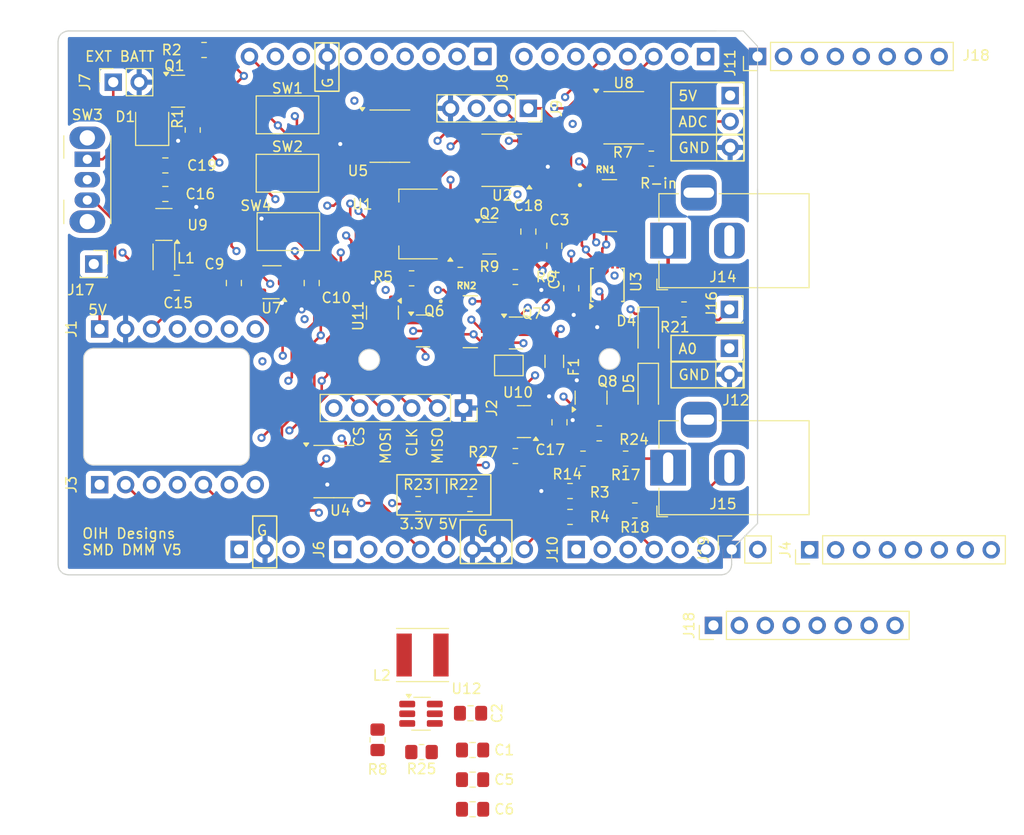
<source format=kicad_pcb>
(kicad_pcb (version 20241229) (generator "pcbnew") (generator_version "9.0")
  (layers (0 "F.Cu" signal) (4 "In1.Cu" signal) (6 "In2.Cu" signal) (2 "B.Cu" signal) (13 "F.Paste" user) (15 "B.Paste" user) (5 "F.SilkS" user "F.Silkscreen") (7 "B.SilkS" user "B.Silkscreen") (1 "F.Mask" user) (3 "B.Mask" user) (25 "Edge.Cuts" user))
  (net 0 "")
  (net 1 "GND")
  (net 2 "Resistor_Input")
  (net 3 "SDA")
  (net 4 "D6~")
  (net 5 "D7")
  (net 6 "+9V")
  (net 7 "SCL")
  (net 8 "V_Input_REF")
  (net 9 "V_Input_Float")
  (net 10 "ADS_ADDR")
  (net 11 "/R Circuit I Output")
  (net 12 "ADS_ALERT")
  (net 13 "A0{slash}D14")
  (net 14 "A2{slash}D16")
  (net 15 "D3~")
  (net 16 "VDD")
  (net 17 "I_Input")
  (net 18 "D10~")
  (net 19 "D9~")
  (net 20 "D5~ (IR)")
  (net 21 "A1{slash}D15")
  (net 32 "Net-(Q2-G)")
  (net 33 "Net-(U1-VO)")
  (net 36 "A3{slash}D17")
  (net 37 "Net-(D1-A)")
  (net 38 "Net-(F1-Pad1)")
  (net 39 "+BATT")
  (net 40 "CS")
  (net 41 "Net-(U7-C1-)")
  (net 42 "Net-(U7-C1+)")
  (net 43 "MISO")
  (net 44 "Net-(U9-SW)")
  (net 45 "XIAO 5V")
  (net 46 "XIAO Batt Pin")
  (net 47 "MOSI")
  (net 48 "CLK")
  (net 49 "SDA-5V")
  (net 50 "SCL-5V")
  (net 51 "/R into ADS")
  (net 52 "+VSW")
  (net 53 "/Uno5vPin")
  (net 54 "/Driver_U2_Out_B")
  (net 57 "/Driver_U4_Out_A")
  (net 58 "/Driver_U4_Out_B")
  (net 63 "+3V3")
  (net 64 "/ADC-1")
  (net 65 "/V Ref to ADS-0")
  (net 74 "/Driver_U4_In_B")
  (net 75 "Net-(Q1-B)")
  (net 76 "Net-(Q1-C)")
  (net 85 "Net-(J11-Pin_2)")
  (net 86 "Net-(U12-EN)")
  (net 87 "Net-(U12-SW)")
  (net 88 "Net-(Q8-D)")
  (net 89 "Net-(U12-FB)")
  (net 90 "A6")
  (net 91 "A7")
  (net 92 "CANRX")
  (net 93 "A10")
  (net 94 "A8")
  (net 95 "DAC0")
  (net 96 "A9")
  (net 97 "CANTX")
  (net 98 "DAC1")
  (net 99 "D14")
  (net 100 "D18")
  (net 101 "D16")
  (net 102 "D15")
  (net 103 "D17")
  (net 104 "SCL0")
  (net 105 "SDA0")
  (net 106 "D19")
  (footprint "Capacitor_SMD:C_0805_2012Metric_Pad1.18x1.45mm_HandSolder" (layer "F.Cu") (at 128.660305 73.49413 90)
    (property "Reference" "C4")
    (property "Value" "0.1uF")
  )
  (footprint "Capacitor_SMD:C_0805_2012Metric_Pad1.18x1.45mm_HandSolder" (layer "F.Cu") (at 119 121.6)
    (property "Reference" "C5")
    (property "Value" "1uF")
  )
  (footprint "Resistor_SMD:R_0805_2012Metric_Pad1.20x1.40mm_HandSolder" (layer "F.Cu") (at 128.54 95.88 180)
    (property "Reference" "R4")
    (property "Value" "100K")
  )
  (footprint "Inductor_SMD:L_Taiyo-Yuden_MD-5050" (layer "F.Cu") (at 114.1 109.4 180)
    (property "Reference" "L2")
    (property "Value" "22uH")
  )
  (footprint "Connector_PinSocket_2.54mm:PinSocket_1x01_P2.54mm_Vertical" (layer "F.Cu") (at 144.145 75.565)
    (property "Reference" "J16")
    (property "Value" "Conn_01x01_Socket")
  )
  (footprint "Resistor_SMD:R_0805_2012Metric_Pad1.20x1.40mm_HandSolder" (layer "F.Cu") (at 109.7 117.7 90)
    (property "Reference" "R8")
    (property "Value" "71.5k")
  )
  (footprint "Library:PinHeader_1x10_P2.54mm_Vertical_NoBox" (layer "F.Cu") (at 120.015 50.8 -90)
    (property "Reference" "J8")
    (property "Value" "DIGITAL2")
  )
  (footprint "Resistor_SMD:R_0805_2012Metric_Pad1.20x1.40mm_HandSolder" (layer "F.Cu") (at 123.19 89.916)
    (property "Reference" "R27")
    (property "Value" "4.7K")
  )
  (footprint "Package_TO_SOT_SMD:SOT-223-3_TabPin2" (layer "F.Cu") (at 113.69 67.19875 180)
    (property "Reference" "U1")
    (property "Value" "LM317_TO-220")
  )
  (footprint "Jumper:SolderJumper-2_P1.3mm_Bridged_Pad1.0x1.5mm" (layer "F.Cu") (at 122.55 81.05)
    (property "Reference" "JP6" (hide yes))
    (property "Value" "Jumper_2_Bridged")
  )
  (footprint "Package_SO:SOIC-8_3.9x4.9mm_P1.27mm" (layer "F.Cu") (at 110.9 58.6)
    (property "Reference" "U5")
    (property "Value" "Opamp_Dual")
  )
  (footprint "Capacitor_SMD:C_0805_2012Metric_Pad1.18x1.45mm_HandSolder" (layer "F.Cu") (at 88.9215 61.468)
    (property "Reference" "C19")
    (property "Value" "22uF")
  )
  (footprint "Resistor_SMD:R_0805_2012Metric_Pad1.20x1.40mm_HandSolder" (layer "F.Cu") (at 118.745 94.615 180)
    (property "Reference" "R22")
    (property "Value" "0")
  )
  (footprint "Connector_PinSocket_2.54mm:PinSocket_1x02_P2.54mm_Vertical" (layer "F.Cu") (at 144.377549 99.070425 90)
    (property "Reference" "J19")
    (property "Value" "Conn_01x02_Pin")
  )
  (footprint "Package_SO:TSSOP-10_3x3mm_P0.5mm" (layer "F.Cu") (at 132.200305 73.15913 90)
    (property "Reference" "U3")
    (property "Value" "ADS1115IDGS")
  )
  (footprint "Resistor_SMD:R_0805_2012Metric_Pad1.20x1.40mm_HandSolder" (layer "F.Cu") (at 134.89 95.25 180)
    (property "Reference" "R18")
    (property "Value" "499.0K")
  )
  (footprint "Library:PinHeader_1x06_P2.54mm_Vertical_NoBox" (layer "F.Cu") (at 129.151624 99.067665 90)
    (property "Reference" "J10")
    (property "Value" "ANALOG")
  )
  (footprint "Resistor_SMD:R_0805_2012Metric_Pad1.20x1.40mm_HandSolder" (layer "F.Cu") (at 129.81 90.17)
    (property "Reference" "R14")
    (property "Value" "15.0K")
  )
  (footprint "Package_TO_SOT_SMD:SOT-23" (layer "F.Cu") (at 124.0305 86.548 180)
    (property "Reference" "U10")
    (property "Value" "LM4040DBZ-2.5")
  )
  (footprint "Resistor_SMD:R_0805_2012Metric_Pad1.20x1.40mm_HandSolder" (layer "F.Cu") (at 114 118.9 180)
    (property "Reference" "R25")
    (property "Value" "732k")
  )
  (footprint "Resistor_SMD:R_0805_2012Metric_Pad1.20x1.40mm_HandSolder" (layer "F.Cu") (at 128.54 93.345)
    (property "Reference" "R3")
    (property "Value" "22K")
  )
  (footprint "Connector_PinSocket_2.54mm:PinSocket_1x03_P2.54mm_Vertical" (layer "F.Cu") (at 144.215 54.625)
    (property "Reference" "J11")
    (property "Value" "I_Input")
  )
  (footprint "Resistor_SMD:R_0805_2012Metric_Pad1.20x1.40mm_HandSolder" (layer "F.Cu") (at 113.03 72.51875)
    (property "Reference" "R5")
    (property "Value" "62.0")
  )
  (footprint "Resistor_SMD:R_0805_2012Metric_Pad1.20x1.40mm_HandSolder" (layer "F.Cu") (at 117.795 72.17875)
    (property "Reference" "R9")
    (property "Value" "22.0K")
  )
  (footprint "Button_Switch_SMD:SW_SPST_CK_RS282G05A3" (layer "F.Cu") (at 100.965 67.945 180)
    (property "Reference" "SW4")
    (property "Value" "SW_Push")
  )
  (footprint "Resistor_SMD:R_0805_2012Metric_Pad1.20x1.40mm_HandSolder" (layer "F.Cu") (at 91.6 58 -90)
    (property "Reference" "R1")
    (property "Value" "500")
  )
  (footprint "Library:RESCAXS127P508X320X70-8N" (layer "F.Cu") (at 118.782 76.77)
    (property "Reference" "RN2")
    (property "Value" "10k x4")
  )
  (footprint "Capacitor_SMD:C_0805_2012Metric_Pad1.18x1.45mm_HandSolder" (layer "F.Cu") (at 95.631 72.9805 -90)
    (property "Reference" "C9")
    (property "Value" "4.7uF")
  )
  (footprint "Resistor_SMD:R_0805_2012Metric_Pad1.20x1.40mm_HandSolder" (layer "F.Cu") (at 113.665 94.615 180)
    (property "Reference" "R23")
    (property "Value" "0")
  )
  (footprint "Button_Switch_SMD:SW_SPST_CK_RS282G05A3" (layer "F.Cu") (at 100.875 62.23)
    (property "Reference" "SW2")
    (property "Value" "SW_Push")
  )
  (footprint "Package_TO_SOT_SMD:SOT-23" (layer "F.Cu") (at 110.175 75.88 -90)
    (property "Reference" "U11")
    (property "Value" "LM4040DBZ-5")
  )
  (footprint "Button_Switch_SMD:SW_SPST_CK_RS282G05A3" (layer "F.Cu") (at 100.875 56.515)
    (property "Reference" "SW1")
    (property "Value" "SW_Push")
  )
  (footprint "Connector_PinSocket_2.54mm:PinSocket_1x02_P2.54mm_Vertical" (layer "F.Cu") (at 144.145 79.375)
    (property "Reference" "J12")
    (property "Value" "Conn_01x02_Pin")
  )
  (footprint "Resistor_SMD:R_0805_2012Metric_Pad1.20x1.40mm_HandSolder" (layer "F.Cu") (at 133.985 90.17 180)
    (property "Reference" "R17")
    (property "Value" "499.0K")
  )
  (footprint "Package_TO_SOT_SMD:SOT-23-5" (layer "F.Cu") (at 88.7785 67.244 180)
    (property "Reference" "U9")
    (property "Value" "TPS613222ADBV")
  )
  (footprint "Resistor_SMD:R_0805_2012Metric_Pad1.20x1.40mm_HandSolder" (layer "F.Cu") (at 136.5 60.8)
    (property "Reference" "R7")
    (property "Value" "0")
  )
  (footprint "Package_TO_SOT_SMD:SOT-23-5_HandSoldering" (layer "F.Cu") (at 99.361 72.898 180)
    (property "Reference" "U7")
    (property "Value" "MAX1683")
  )
  (footprint "Connector_PinHeader_2.54mm:PinHeader_1x08_P2.54mm_Vertical" (layer "F.Cu") (at 152 99.1 90)
    (property "Reference" "J4")
    (property "Value" "A_Extended")
  )
  (footprint "Connector_BarrelJack:BarrelJack_Horizontal" (layer "F.Cu") (at 138.145 91.06 180)
    (property "Reference" "J15")
    (property "Value" "Barrel_Jack")
  )
  (footprint "Connector_PinHeader_2.54mm:PinHeader_1x08_P2.54mm_Vertical" (layer "F.Cu") (at 146.9 50.8 90)
    (property "Reference" "J18")
    (property "Value" "DIOs_Extended")
  )
  (footprint "Capacitor_SMD:C_0805_2012Metric_Pad1.18x1.45mm_HandSolder" (layer "F.Cu") (at 119 118.7)
    (property "Reference" "C1")
    (property "Value" "1uF")
  )
  (footprint "Package_SO:SOIC-8_3.9x4.9mm_P1.27mm" (layer "F.Cu") (at 105.41 91.44)
    (property "Reference" "U4")
    (property "Value" "IX4426N")
  )
  (footprint "Connector_PinSocket_2.54mm:PinSocket_1x01_P2.54mm_Vertical" (layer "F.Cu") (at 81.915 71.12)
    (property "Reference" "J17")
    (property "Value" "Conn_01x01_Socket")
  )
  (footprint "Connector_PinHeader_2.54mm:PinHeader_1x08_P2.54mm_Vertical" (layer "F.Cu") (at 142.58 106.5 90)
    (property "Reference" "J18")
    (property "Value" "DIOs_Extended")
  )
  (footprint "Package_TO_SOT_SMD:SOT-23" (layer "F.Cu") (at 120.65 68.58)
    (property "Reference" "Q2")
    (property "Value" "AO3400A MOSFET")
  )
  (footprint "Diode_SMD:D_SOD-123" (layer "F.Cu") (at 136.2 77.7 -90)
    (property "Reference" "D4")
    (property "Value" "D_Schottky")
  )
  (footprint "Resistor_SMD:R_0805_2012Metric_Pad1.20x1.40mm_HandSolder" (layer "F.Cu") (at 123.19 72.39 180)
    (property "Reference" "R6")
    (property "Value" "330.0")
  )
  (footprint "Resistor_SMD:R_0805_2012Metric_Pad1.20x1.40mm_HandSolder" (layer "F.Cu") (at 131.4 87.7 180)
    (property "Reference" "R24")
    (property "Value" "1.0M")
  )
  (footprint "Capacitor_SMD:C_0805_2012Metric_Pad1.18x1.45mm_HandSolder" (layer "F.Cu") (at 103.251 72.9805 90)
    (property "Reference" "C10")
    (property "Value" "4.7uF")
  )
  (footprint "Package_TO_SOT_SMD:SOT-23" (layer "F.Cu") (at 114.1445 77.67)
    (property "Reference" "Q6")
    (property "Value" "BSS138")
  )
  (footprint "Resistor_SMD:R_0805_2012Metric_Pad1.20x1.40mm_HandSolder" (layer "F.Cu") (at 139.7 75.565)
    (property "Reference" "R21")
    (property "Value" "0")
  )
  (footprint "Package_TO_SOT_SMD:SOT-23" (layer "F.Cu") (at 90.1625 54.2)
    (property "Reference" "Q1")
    (property "Value" "MMBT3904" (hide yes))
  )
  (footprint "Library:PinHeader_1x08_P2.54mm_Vertical_NoBox" (layer "F.Cu") (at 106.287792 99.06511 90)
    (property "Reference" "J6")
    (property "Value" "POWER1")
  )
  (footprint "Fuse:Fuse_1206_3216Metric_Pad1.42x1.75mm_HandSolder" (layer "F.Cu") (at 127 80.645 -90)
    (property "Reference" "F1")
    (property "Value" "Fuse")
  )
  (footprint "Connector_PinSocket_2.54mm:PinSocket_1x07_P2.54mm_Vertical" (layer "F.Cu") (at 82.487996 92.719534 90)
    (property "Reference" "J3")
    (property "Value" "Conn_01x07_Pin")
  )
  (footprint "Diode_SMD:D_SOD-123" (layer "F.Cu") (at 136.2 83.2 -90)
    (property "Reference" "D5")
    (property "Value" "D_Schottky")
  )
  (footprint "Capacitor_SMD:C_0805_2012Metric_Pad1.18x1.45mm_HandSolder" (layer "F.Cu") (at 119 124.5)
    (property "Reference" "C6")
    (property "Value" "1uF")
  )
  (footprint "Package_TO_SOT_SMD:SOT-23" (layer "F.Cu") (at 130.6 84.2 90)
    (property "Reference" "Q8")
    (property "Value" "AO3400A MOSFET")
  )
  (footprint "Capacitor_SMD:C_0805_2012Metric_Pad1.18x1.45mm_HandSolder" (layer "F.Cu") (at 124.46 67.945 90)
    (property "Reference" "C18")
    (property "Value" "1uF")
  )
  (footprint "Package_TO_SOT_SMD:SOT-23-6_Handsoldering" (layer "F.Cu") (at 113.95 115.15)
    (property "Reference" "U12")
    (property "Value" "TLV61046ADBVR")
  )
  (footprint "Library:PinHeader_1x08_P2.54mm_Vertical_NoBox" (layer "F.Cu") (at 141.809463 50.808987 -90)
    (property "Reference" "J13" (hide yes))
    (property "Value" "DIGITAL1")
  )
  (footprint "Connector_BarrelJack:BarrelJack_Horizontal" (layer "F.Cu") (at 138.145 68.835 180)
    (property "Reference" "J14")
    (property "Value" "Barrel_Jack")
  )
  (footprint "Capacitor_SMD:C_0805_2012Metric_Pad1.18x1.45mm_HandSolder" (layer "F.Cu") (at 127 69.342 90)
    (property "Reference" "C3")
    (property "Value" "2.2uF")
  )
  (footprint "Connector_PinSocket_2.54mm:PinSocket_1x02_P2.54mm_Vertical" (layer "F.Cu") (at 83.82 53.315 90)
    (property "Reference" "J7")
    (property "Value" "Conn_01x02_Pin")
  )
  (footprint "Resistor_SMD:R_0805_2012Metric_Pad1.20x1.40mm_HandSolder" (layer "F.Cu") (at 92.71 50.165 180)
    (property "Reference" "R2")
    (property "Value" "1K")
  )
  (footprint "Connector_PinSocket_2.54mm:PinSocket_1x07_P2.54mm_Vertical" (layer "F.Cu") (at 82.487996 77.479534 90)
    (property "Reference" "J1")
    (property "Value" "Conn_01x07_Pin")
  )
  (footprint "Capacitor_SMD:C_0805_2012Metric_Pad1.18x1.45mm_HandSolder" (layer "F.Cu") (at 127.508 86.614 -90)
    (property "Reference" "C17")
    (property "Value" "0.1uF")
  )
  (footprint "Inductor_SMD:L_Murata_DFE201610P" (layer "F.Cu") (at 88.7785 70.419 90)
    (property "Reference" "L1")
    (property "Value" "2.2uH")
  )
  (footprint "Package_SO:SOIC-8_3.9x4.9mm_P1.27mm" (layer "F.Cu") (at 133.8 56.8)
    (property "Reference" "U8")
    (property "Value" "Opamp_Dual")
  )
  (footprint "Connector_PinSocket_2.54mm:PinSocket_1x04_P2.54mm_Vertical" (layer "F.Cu") (at 124.46 55.88 -90)
    (property "Reference" "J9")
    (property "Value" "Out to Screen")
  )
  (footprint "LED_SMD:LED_Luminus_MP-3030-1100_3.0x3.0mm" (layer "F.Cu") (at 87.63 57.89 90)
    (property "Reference" "D1")
    (property "Value" "LED")
  )
  (footprint "Package_TO_SOT_SMD:SOT-23" (layer "F.Cu") (at 123.2445 77.87)
    (property "Reference" "Q7")
    (property "Value" "BSS138")
  )
  (footprint "Capacitor_SMD:C_0805_2012Metric_Pad1.18x1.45mm_HandSolder" (layer "F.Cu") (at 90.0485 72.959)
    (property "Reference" "C15")
    (property "Value" "4.7uF")
  )
  (footprint "Connector_PinSocket_2.54mm:PinSocket_1x06_P2.54mm_Vertical" (layer "F.Cu") (at 118.11 85.217 -90)
    (property "Reference" "J2")
    (property "Value" "MicoSD")
  )
  (footprint "Button_Switch_THT:SW_Slide_SPDT_Angled_CK_OS102011MA1Q" (layer "F.Cu") (at 81.28 60.865 -90)
    (property "Reference" "SW3")
    (property "Value" "SW_SPDT")
  )
  (footprint "Capacitor_SMD:C_0805_2012Metric_Pad1.18x1.45mm_HandSolder" (layer "F.Cu") (at 118.8 115.1)
    (property "Reference" "C2")
    (property "Value" "4.7uF")
  )
  (footprint "Library:RESCAXS127P508X320X70-8N" (layer "F.Cu") (at 132.4 65.4)
    (property "Reference" "RN1")
    (property "Value" "1K x4")
  )
  (footprint "Library:PinHeader_1x03_P2.54mm_Vertical_NoBox" (layer "F.Cu") (at 96.143981 99.063151 90)
    (property "Reference" "J5" (hide yes))
    (property "Value" "POWER2")
  )
  (footprint "Package_SO:SOIC-8_3.9x4.9mm_P1.27mm" (layer "F.Cu") (at 121.855 60.96 180)
    (property "Reference" "U2")
    (property "Value" "IX4426N")
  )
  (footprint "Capacitor_SMD:C_0805_2012Metric_Pad1.18x1.45mm_HandSolder" (layer "F.Cu") (at 88.9215 64.262)
    (property "Reference" "C16")
    (property "Value" "22uF")
  )
  (gr_rect (start 138.43 78.105) (end 145.585 80.705) (stroke (width 0.15)) (fill no) (layer "F.SilkS"))
  (gr_rect (start 111.597402 91.752692) (end 120.786111 95.683458) (stroke (width 0.15)) (fill no) (layer "F.SilkS"))
  (gr_rect (start 103.567758 49.467044) (end 105.91855 54.201136) (stroke (width 0.15)) (fill no) (layer "F.SilkS"))
  (gr_rect (start 138.43 80.645) (end 145.585 83.245) (stroke (width 0.15)) (fill no) (layer "F.SilkS"))
  (gr_rect (start 117.800432 96.176612) (end 122.849754 100.44112) (stroke (width 0.15)) (fill no) (layer "F.SilkS"))
  (gr_rect (start 97.477467 95.788603) (end 99.825034 100.86181) (stroke (width 0.15)) (fill no) (layer "F.SilkS"))
  (gr_rect (start 138.43 53.34) (end 145.585 55.94) (stroke (width 0.15)) (fill no) (layer "F.SilkS"))
  (gr_rect (start 138.43 55.88) (end 145.585 58.48) (stroke (width 0.15)) (fill no) (layer "F.SilkS"))
  (gr_rect (start 138.43 58.42) (end 145.585 61.02) (stroke (width 0.15)) (fill no) (layer "F.SilkS"))
  (gr_line (start 79.155572 48.342318) (end 79.409482 48.3) (stroke (width 0.12)) (layer "Edge.Cuts"))
  (gr_arc (start 80.915 80.375) (mid 81.207893 79.667893) (end 81.915 79.375) (stroke (width 0.1)) (layer "Edge.Cuts"))
  (gr_line (start 78.711229 48.596228) (end 78.922821 48.448114) (stroke (width 0.12)) (layer "Edge.Cuts"))
  (gr_line (start 78.922821 101.423045) (end 78.711229 101.253771) (stroke (width 0.12)) (layer "Edge.Cuts"))
  (gr_line (start 146.899617 96.521794) (end 144.360514 99.060897) (stroke (width 0.12)) (layer "Edge.Cuts"))
  (gr_line (start 79.409482 48.3) (end 142.837052 48.3) (stroke (width 0.12)) (layer "Edge.Cuts"))
  (gr_line (start 79.155572 101.507681) (end 78.922821 101.423045) (stroke (width 0.12)) (layer "Edge.Cuts"))
  (gr_line (start 144.318196 100.809428) (end 144.233559 101.042179) (stroke (width 0.12)) (layer "Edge.Cuts"))
  (gr_line (start 144.233559 101.042179) (end 144.064285 101.253771) (stroke (width 0.12)) (layer "Edge.Cuts"))
  (gr_line (start 143.852694 101.423045) (end 143.619942 101.507681) (stroke (width 0.12)) (layer "Edge.Cuts"))
  (gr_line (start 78.415 49.315641) (end 78.457318 49.040571) (stroke (width 0.12)) (layer "Edge.Cuts"))
  (gr_line (start 144.360514 99.060897) (end 144.360514 100.555518) (stroke (width 0.12)) (layer "Edge.Cuts"))
  (gr_line (start 97.155 80.375) (end 97.155 89.805) (stroke (width 0.1)) (layer "Edge.Cuts"))
  (gr_line (start 145.5 48.3) (end 146.9 49.8) (stroke (width 0.1)) (layer "Edge.Cuts"))
  (gr_arc (start 81.915 90.805) (mid 81.207893 90.512107) (end 80.915 89.805) (stroke (width 0.1)) (layer "Edge.Cuts"))
  (gr_line (start 78.457318 100.809428) (end 78.415 100.555518) (stroke (width 0.12)) (layer "Edge.Cuts"))
  (gr_line (start 143.619942 101.507681) (end 143.366032 101.55) (stroke (width 0.12)) (layer "Edge.Cuts"))
  (gr_arc (start 96.155 79.375) (mid 96.862107 79.667893) (end 97.155 80.375) (stroke (width 0.1)) (layer "Edge.Cuts"))
  (gr_line (start 144.064285 101.253771) (end 143.852694 101.423045) (stroke (width 0.12)) (layer "Edge.Cuts"))
  (gr_line (start 78.711229 101.253771) (end 78.541955 101.042179) (stroke (width 0.12)) (layer "Edge.Cuts"))
  (gr_line (start 79.409482 101.55) (end 79.155572 101.507681) (stroke (width 0.12)) (layer "Edge.Cuts"))
  (gr_circle (center 108.880463 80.491437) (end 109.866264 80.21633) (stroke (width 0.1)) (fill no) (layer "Edge.Cuts"))
  (gr_line (start 81.915 90.805) (end 96.155 90.805) (stroke (width 0.1)) (layer "Edge.Cuts"))
  (gr_line (start 144.360514 100.555518) (end 144.318196 100.809428) (stroke (width 0.12)) (layer "Edge.Cuts"))
  (gr_line (start 78.415 100.555518) (end 78.415 49.315641) (stroke (width 0.12)) (layer "Edge.Cuts"))
  (gr_line (start 96.155 79.375) (end 81.915 79.375) (stroke (width 0.1)) (layer "Edge.Cuts"))
  (gr_circle (center 132.410332 80.422661) (end 133.396133 80.147554) (stroke (width 0.1)) (fill no) (layer "Edge.Cuts"))
  (gr_line (start 143.366032 101.55) (end 79.409482 101.55) (stroke (width 0.12)) (layer "Edge.Cuts"))
  (gr_line (start 78.541955 48.80782) (end 78.711229 48.596228) (stroke (width 0.12)) (layer "Edge.Cuts"))
  (gr_line (start 78.541955 101.042179) (end 78.457318 100.809428) (stroke (width 0.12)) (layer "Edge.Cuts"))
  (gr_arc (start 97.155 89.805) (mid 96.862107 90.512107) (end 96.155 90.805) (stroke (width 0.1)) (layer "Edge.Cuts"))
  (gr_line (start 80.915 89.805) (end 80.915 80.375) (stroke (width 0.1)) (layer "Edge.Cuts"))
  (gr_line (start 146.9 49.8) (end 146.899617 63.788527) (stroke (width 0.1)) (layer "Edge.Cuts"))
  (gr_line (start 78.922821 48.448114) (end 79.155572 48.342318) (stroke (width 0.12)) (layer "Edge.Cuts"))
  (gr_line (start 78.457318 49.040571) (end 78.541955 48.80782) (stroke (width 0.12)) (layer "Edge.Cuts"))
  (gr_line (start 142.837052 48.3) (end 145.5 48.3) (stroke (width 0.1)) (layer "Edge.Cuts"))
  (gr_line (start 146.899617 63.788527) (end 146.899617 96.521794) (stroke (width 0.12)) (layer "Edge.Cuts"))
  (gr_text "CS" (at 107.887744 88.00333 90) (layer "F.SilkS") (effects (font (size 1 1))))
  (gr_text "ADC" (at 139.065 57.785 0) (layer "F.SilkS") (effects (font (size 1 1)) (justify left bottom)))
  (gr_text "G" (at 97.79 97.79 0) (layer "F.SilkS") (effects (font (size 1 1)) (justify left bottom)))
  (gr_text "5V" (at 81.28 76.2 0) (layer "F.SilkS") (effects (font (size 1 1)) (justify left bottom)))
  (gr_text "||" (at 114.935 93.345 0) (layer "F.SilkS") (effects (font (size 1 1)) (justify left bottom)))
  (gr_text "G" (at 105.41 53.975 90) (layer "F.SilkS") (effects (font (size 1 1)) (justify left bottom)))
  (gr_text "R-in" (at 135.3 63.8 0) (layer "F.SilkS") (effects (font (size 1 1)) (justify left bottom)))
  (gr_text "5V" (at 139.065 55.245 0) (layer "F.SilkS") (effects (font (size 1 1)) (justify left bottom)))
  (gr_text "CLK" (at 113.068933 88.576471 90) (layer "F.SilkS") (effects (font (size 1 1))))
  (gr_text "GND" (at 139.065 82.55 0) (layer "F.SilkS") (effects (font (size 1 1)) (justify left bottom)))
  (gr_text "MOSI" (at 110.49 88.9 90) (layer "F.SilkS") (effects (font (size 1 1))))
  (gr_text "G" (at 119.38 97.79 0) (layer "F.SilkS") (effects (font (size 1 1)) (justify left bottom)))
  (gr_text "A0" (at 139.065 80.01 0) (layer "F.SilkS") (effects (font (size 1 1)) (justify left bottom)))
  (gr_text "3.3V" (at 111.76 97.155 0) (layer "F.SilkS") (effects (font (size 1 1)) (justify left bottom)))
  (gr_text "MISO" (at 115.57 88.9 90) (layer "F.SilkS") (effects (font (size 1 1))))
  (gr_text "EXT BATT" (at 84.455 50.8 0) (layer "F.SilkS") (effects (font (size 1 1))))
  (gr_text "GND" (at 139.065 60.325 0) (layer "F.SilkS") (effects (font (size 1 1)) (justify left bottom)))
  (gr_text "5V" (at 115.57 97.155 0) (layer "F.SilkS") (effects (font (size 1 1)) (justify left bottom)))
  (gr_text "OIH Designs\nSMD DMM V5" (at 80.7 99.7 0) (layer "F.SilkS") (effects (font (size 1 1)) (justify left bottom)))
  (segment (start 104.775 58.36) (end 105.785 59.37) (width 0.25) (layer "F.Cu") (net 1))
  (segment (start 87.63 58.465) (end 89.58 58.465) (width 0.25) (layer "F.Cu") (net 1))
  (segment (start 128.542434 75.742434) (end 128.542434 74.649501) (width 0.25) (layer "F.Cu") (net 1))
  (segment (start 100.711 74.549) (end 100.33 74.93) (width 0.25) (layer "F.Cu") (net 1))
  (segment (start 102.260346 75.561126) (end 102.339 75.482472) (width 0.25) (layer "F.Cu") (net 1))
  (segment (start 125.73 73.66) (end 125.46 73.66) (width 0.25) (layer "F.Cu") (net 1))
  (segment (start 127.508 85.09) (end 126.492 84.074) (width 0.25) (layer "F.Cu") (net 1))
  (segment (start 102.339 74.93) (end 103.251 74.018) (width 0.25) (layer "F.Cu") (net 1))
  (segment (start 125.46 73.66) (end 124.19 72.39) (width 0.25) (layer "F.Cu") (net 1))
  (segment (start 124.018 86.548) (end 124.968 85.598) (width 0.25) (layer "F.Cu") (net 1))
  (segment (start 89.58 58.465) (end 90.17 59.055) (width 0.25) (layer "F.Cu") (net 1))
  (segment (start 132.200305 76.299695) (end 131.2 77.3) (width 0.25) (layer "F.Cu") (net 1))
  (segment (start 102.339 75.482472) (end 102.339 74.93) (width 0.25) (layer "F.Cu") (net 1))
  (segment (start 104.14 92.075) (end 102.935 92.075) (width 0.25) (layer "F.Cu") (net 1))
  (segment (start 104.775 92.71) (end 104.14 92.075) (width 0.25) (layer "F.Cu") (net 1))
  (segment (start 123.093 86.548) (end 124.018 86.548) (width 0.25) (layer "F.Cu") (net 1))
  (segment (start 126.365 61.385001) (end 126.365 61.595) (width 0.25) (layer "F.Cu") (net 1))
  (segment (start 109.225 73.02) (end 109.225 72.935) (width 0.25) (layer "F.Cu") (net 1))
  (segment (start 106.045 60.96) (end 106.045 59.37) (width 0.25) (layer "F.Cu") (net 1))
  (segment (start 109.225 73.03) (end 109.22 73.025) (width 0.25) (layer "F.Cu") (net 1))
  (segment (start 127 68.3045) (end 125.857 68.3045) (width 0.25) (layer "F.Cu") (net 1))
  (segment (start 109.225 74.9425) (end 109.225 73.03) (width 0.25) (layer "F.Cu") (net 1))
  (segment (start 127.508 85.5765) (end 127.508 85.09) (width 0.25) (layer "F.Cu") (net 1))
  (segment (start 110.175 76.8175) (end 110.175 75.8925) (width 0.25) (layer "F.Cu") (net 1))
  (segment (start 126.365 65.0025) (end 124.46 66.9075) (width 0.25) (layer "F.Cu") (net 1))
  (segment (start 104.775 62.23) (end 106.045 60.96) (width 0.25) (layer "F.Cu") (net 1))
  (segment (start 104.775 57.15) (end 104.775 58.36) (width 0.25) (layer "F.Cu") (net 1))
  (segment (start 132.200305 75.30913) (end 132.200305 76.299695) (width 0.25) (layer "F.Cu") (net 1))
  (segment (start 106.045 59.37) (end 105.785 59.37) (width 0.25) (layer "F.Cu") (net 1))
  (segment (start 127 83.566) (end 127 82.1325) (width 0.25) (layer "F.Cu") (net 1))
  (segment (start 100.711 73.848) (end 100.711 74.549) (width 0.25) (layer "F.Cu") (net 1))
  (segment (start 121.05 81.05) (end 118.11 83.99) (width 0.25) (layer "F.Cu") (net 1))
  (segment (start 124.33 60.325) (end 125.304999 60.325) (width 0.25) (layer "F.Cu") (net 1))
  (segment (start 110.175 75.8925) (end 109.225 74.9425) (width 0.25) (layer "F.Cu") (net 1))
  (segment (start 125.857 68.3045) (end 124.46 66.9075) (width 0.25) (layer "F.Cu") (net 1))
  (segment (start 109.22 73.025) (end 109.225 73.02) (width 0.25) (layer "F.Cu") (net 1))
  (segment (start 126.492 84.074) (end 124.968 85.598) (width 0.25) (layer "F.Cu") (net 1))
  (segment (start 126.365 61.595) (end 126.365 65.0025) (width 0.25) (layer "F.Cu") (net 1))
  (segment (start 121.9 81.05) (end 121.05 81.05) (width 0.25) (layer "F.Cu") (net 1))
  (segment (start 125.73 93.345) (end 127.54 93.345) (width 0.25) (layer "F.Cu") (net 1))
  (segment (start 136.2 84.85) (end 139.135 81.915) (width 0.25) (layer "F.Cu") (net 1))
  (segment (start 98.335 66.675) (end 97.065 67.945) (width 0.25) (layer "F.Cu") (net 1))
  (segment (start 128.9 76.1) (end 128.542434 75.742434) (width 0.25) (layer "F.Cu") (net 1))
  (segment (start 126.492 84.074) (end 127 83.566) (width 0.25) (layer "F.Cu") (net 1))
  (segment (start 125.304999 60.325) (end 126.365 61.385001) (width 0.25) (layer "F.Cu") (net 1))
  (segment (start 118.11 83.99) (end 118.11 85.217) (width 0.25) (layer "F.Cu") (net 1))
  (segment (start 139.135 81.915) (end 144.145 81.915) (width 0.25) (layer "F.Cu") (net 1))
  (via (at 106.045 59.37) (size 0.8) (drill 0.4) (layers "F.Cu" "B.Cu") (net 1))
  (via (at 126.365 61.595) (size 0.8) (drill 0.4) (layers "F.Cu" "B.Cu") (net 1))
  (via (at 125.73 93.345) (size 0.8) (drill 0.4) (layers "F.Cu" "B.Cu") (net 1))
  (via (at 91.948 65.532) (size 0.8) (drill 0.4) (layers "F.Cu" "B.Cu") (net 1))
  (via (at 100.33 74.93) (size 0.8) (drill 0.4) (layers "F.Cu" "B.Cu") (net 1))
  (via (at 90.17 59.055) (size 0.8) (drill 0.4) (layers "F.Cu" "B.Cu") (net 1))
  (via (at 102.260346 75.561126) (size 0.8) (drill 0.4) (layers "F.Cu" "B.Cu") (net 1))
  (via (at 125.73 73.66) (size 0.8) (drill 0.4) (layers "F.Cu" "B.Cu") (net 1))
  (via (at 126.492 84.074) (size 0.8) (drill 0.4) (layers "F.Cu" "B.Cu") (net 1))
  (via (at 98.335 66.675) (size 0.8) (drill 0.4) (layers "F.Cu" "B.Cu") (net 1))
  (via (at 131.2 77.3) (size 0.8) (drill 0.4) (layers "F.Cu" "B.Cu") (net 1))
  (via (at 104.775 92.71) (size 0.8) (drill 0.4) (layers "F.Cu" "B.Cu") (net 1))
  (via (at 109.225 72.935) (size 0.8) (drill 0.4) (layers "F.Cu" "B.Cu") (net 1))
  (via (at 128.9 76.1) (size 0.8) (drill 0.4) (layers "F.Cu" "B.Cu") (net 1))
  (segment (start 118.795 70.4475) (end 118.795 72.17875) (width 0.35) (layer "F.Cu") (net 2))
  (segment (start 124.594875 70.492875) (end 120.675375 70.492875) (width 0.35) (layer "F.Cu") (net 2))
  (segment (start 138.145 73.01) (end 138.145 68.835) (width 0.35) (layer "F.Cu") (net 2))
  (segment (start 125.857 71.755) (end 124.594875 70.492875) (width 0.35) (layer "F.Cu") (net 2))
  (segment (start 125.857 71.5225) (end 127 70.3795) (width 0.35) (layer "F.Cu") (net 2))
  (segment (start 140.7 75.565) (end 138.145 73.01) (width 0.35) (layer "F.Cu") (net 2))
  (segment (start 120.675375 70.492875) (end 119.7125 69.53) (width 0.35) (layer "F.Cu") (net 2))
  (segment (start 119.7125 69.53) (end 118.795 70.4475) (width 0.35) (layer "F.Cu") (net 2))
  (segment (start 125.857 71.755) (end 125.857 71.5225) (width 0.35) (layer "F.Cu") (net 2))
  (via (at 125.857 71.755) (size 0.8) (drill 0.4) (layers "F.Cu" "B.Cu") (net 2))
  (segment (start 94.162462 94.234) (end 98.666 94.234) (width 0.25) (layer "F.Cu") (net 3))
  (segment (start 101.8 68.170229) (end 101.8 56.842) (width 0.25) (layer "F.Cu") (net 3))
  (segment (start 120.282 77.43) (end 119.742 77.43) (width 0.25) (layer "F.Cu") (net 3))
  (segment (start 104.14 75.397996) (end 104.751 74.786996) (width 0.25) (layer "F.Cu") (net 3))
  (segment (start 104.751 71.121229) (end 101.8 68.170229) (width 0.25) (layer "F.Cu") (net 3))
  (segment (start 122.307 78.82) (end 123.932 78.82) (width 0.25) (layer "F.Cu") (net 3))
  (segment (start 103.505 83.946302) (end 103.505 78.74) (width 0.25) (layer "F.Cu") (net 3))
  (segment (start 100.33 92.57) (end 100.33 87.121302) (width 0.25) (layer "F.Cu") (net 3))
  (segment (start 100.33 87.121302) (end 103.505 83.946302) (width 0.25) (layer "F.Cu") (net 3))
  (segment (start 104.14 78.105) (end 104.14 75.397996) (width 0.25) (layer "F.Cu") (net 3))
  (segment (start 104.751 74.786996) (end 104.751 71.121229) (width 0.25) (layer "F.Cu") (net 3))
  (segment (start 98.666 94.234) (end 100.33 92.57) (width 0.25) (layer "F.Cu") (net 3))
  (segment (start 119.742 77.43) (end 118.882 76.57) (width 0.25) (layer "F.Cu") (net 3))
  (segment (start 92.647996 92.719534) (end 94.162462 94.234) (width 0.25) (layer "F.Cu") (net 3))
  (segment (start 103.505 78.74) (end 104.14 78.105) (width 0.25) (layer "F.Cu") (net 3))
  (segment (start 101.8 56.842) (end 101.6 56.642) (width 0.25) (layer "F.Cu") (net 3))
  (via (at 104.14 78.105) (size 0.8) (drill 0.4) (layers "F.Cu" "B.Cu") (net 3))
  (via (at 101.6 56.642) (size 0.8) (drill 0.4) (layers "F.Cu" "B.Cu") (net 3))
  (via (at 118.882 76.57) (size 0.8) (drill 0.4) (layers "F.Cu" "B.Cu") (net 3))
  (via (at 123.982 78.87) (size 0.8) (drill 0.4) (layers "F.Cu" "B.Cu") (net 3))
  (segment (start 95.4 53.9) (end 96.595 52.705) (width 0.25) (layer "F.Cu") (net 4))
  (segment (start 94.07 50.165) (end 96.61 52.705) (width 0.25) (layer "F.Cu") (net 4))
  (segment (start 95.4 69.365) (end 95.4 53.9) (width 0.25) (layer "F.Cu") (net 4))
  (segment (start 95.885 69.85) (end 95.4 69.365) (width 0.25) (layer "F.Cu") (net 4))
  (segment (start 96.595 52.705) (end 96.61 52.705) (width 0.25) (layer "F.Cu") (net 4))
  (via (at 95.885 69.85) (size 0.8) (drill 0.4) (layers "F.Cu" "B.Cu") (net 4))
  (via (at 96.61 52.705) (size 0.8) (drill 0.4) (layers "F.Cu" "B.Cu") (net 4))
  (segment (start 115.57 59.055) (end 116.525 58.1) (width 0.25) (layer "F.Cu") (net 5))
  (segment (start 116.525 58.1) (end 120.33 58.1) (width 0.25) (layer "F.Cu") (net 5))
  (segment (start 120.33 58.1) (end 123.825 61.595) (width 0.25) (layer "F.Cu") (net 5))
  (via (at 115.57 59.055) (size 0.8) (drill 0.4) (layers "F.Cu" "B.Cu") (net 5))
  (segment (start 100.965 82.55) (end 101.3 82.215) (width 0.25) (layer "F.Cu") (net 6))
  (segment (start 102.296 72.904) (end 102 73.2) (width 0.25) (layer "F.Cu") (net 6))
  (segment (start 107.95 62.865) (end 105.41 65.405) (width 0.25) (layer "F.Cu") (net 6))
  (segment (start 102 74.034346) (end 102 73.2) (width 0.25) (layer "F.Cu") (net 6))
  (segment (start 118.11 60.325) (end 115.57 62.865) (width 0.25) (layer "F.Cu") (net 6))
  (segment (start 106.178914 88.2) (end 106.584 88.605086) (width 0.25) (layer "F.Cu") (net 6))
  (segment (start 119.38 60.325) (end 118.11 60.325) (width 0.25) (layer "F.Cu") (net 6))
  (segment (start 106.910001 92.075) (end 107.885 92.075) (width 0.25) (layer "F.Cu") (net 6))
  (segment (start 100.711 72.898) (end 102.296 72.898) (width 0.25) (layer "F.Cu") (net 6))
  (segment (start 103.251 71.943) (end 101.6 70.292) (width 0.25) (layer "F.Cu") (net 6))
  (segment (start 105.41 65.405) (end 104.775 65.405) (width 0.25) (layer "F.Cu") (net 6))
  (segment (start 102.296 72.898) (end 103.251 71.943) (width 0.25) (layer "F.Cu") (net 6))
  (segment (start 101.3 82.215) (end 101.3 74.734346) (width 0.25) (layer "F.Cu") (net 6))
  (segment (start 106.584 88.605086) (end 106.584 91.748999) (width 0.25) (layer "F.Cu") (net 6))
  (segment (start 106.584 91.748999) (end 106.910001 92.075) (width 0.25) (layer "F.Cu") (net 6))
  (segment (start 101.6 70.292) (end 101.6 69.85) (width 0.25) (layer "F.Cu") (net 6))
  (segment (start 101.3 74.734346) (end 102 74.034346) (width 0.25) (layer "F.Cu") (net 6))
  (segment (start 102.296 72.898) (end 102.296 72.904) (width 0.25) (layer "F.Cu") (net 6))
  (segment (start 115.57 62.865) (end 107.95 62.865) (width 0.25) (layer "F.Cu") (net 6))
  (via (at 101.6 69.85) (size 0.8) (drill 0.4) (layers "F.Cu" "B.Cu") (net 6))
  (via (at 106.178914 88.2) (size 0.8) (drill 0.4) (layers "F.Cu" "B.Cu") (net 6))
  (via (at 104.775 65.405) (size 0.8) (drill 0.4) (layers "F.Cu" "B.Cu") (net 6))
  (via (at 100.965 82.55) (size 0.8) (drill 0.4) (layers "F.Cu" "B.Cu") (net 6))
  (segment (start 113.207 78.62) (end 117.132 78.62) (width 0.25) (layer "F.Cu") (net 7))
  (segment (start 101.064554 87.412054) (end 101.182946 87.412054) (width 0.25) (layer "F.Cu") (net 7))
  (segment (start 105.201 78.069305) (end 105.201 70.934833) (width 0.25) (layer "F.Cu") (net 7))
  (segment (start 104.23 83.857698) (end 104.23 82.55) (width 0.25) (layer "F.Cu") (net 7))
  (segment (start 104.23 82.55) (end 104.775 82.005) (width 0.25) (layer "F.Cu") (net 7))
  (segment (start 104.775 82.005) (end 104.775 78.495305) (width 0.25) (layer "F.Cu") (net 7))
  (segment (start 102.6 68.333833) (end 102.6 56.245) (width 0.25) (layer "F.Cu") (net 7))
  (segment (start 114.4 79.813) (end 113.207 78.62) (width 0.25) (layer "F.Cu") (net 7))
  (segment (start 104.775 78.495305) (end 105.201 78.069305) (width 0.25) (layer "F.Cu") (net 7))
  (segment (start 105.201 70.934833) (end 102.6 68.333833) (width 0.25) (layer "F.Cu") (net 7))
  (segment (start 103.32 85.275) (end 103.32 84.767698) (width 0.25) (layer "F.Cu") (net 7))
  (segment (start 103.32 84.767698) (end 104.23 83.857698) (width 0.25) (layer "F.Cu") (net 7))
  (segment (start 114.4 80.2) (end 114.4 79.813) (width 0.25) (layer "F.Cu") (net 7))
  (segment (start 102.6 56.245) (end 97.155 50.8) (width 0.25) (layer "F.Cu") (net 7))
  (segment (start 101.182946 87.412054) (end 103.32 85.275) (width 0.25) (layer "F.Cu") (net 7))
  (via (at 101.064554 87.412054) (size 0.8) (drill 0.4) (layers "F.Cu" "B.Cu") (net 7))
  (via (at 104.23 82.55) (size 0.8) (drill 0.4) (layers "F.Cu" "B.Cu") (net 7))
  (via (at 114.4 80.2) (size 0.8) (drill 0.4) (layers "F.Cu" "B.Cu") (net 7))
  (segment (start 139.955 95.25) (end 144.145 91.06) (width 0.25) (layer "F.Cu") (net 8))
  (segment (start 135.89 95.25) (end 139.955 95.25) (width 0.25) (layer "F.Cu") (net 8))
  (segment (start 134.985 90.17) (end 137.255 90.17) (width 0.25) (layer "F.Cu") (net 9))
  (segment (start 131.200305 75.30913) (end 129.54 76.969435) (width 0.25) (layer "F.Cu") (net 10))
  (segment (start 129.54 76.969435) (end 129.54 78.76) (width 0.25) (layer "F.Cu") (net 10))
  (segment (start 123.55 80.7) (end 123.2 81.05) (width 0.25) (layer "F.Cu") (net 10))
  (segment (start 129.54 78.76) (end 127.6 80.7) (width 0.25) (layer "F.Cu") (net 10))
  (segment (start 127.6 80.7) (end 123.55 80.7) (width 0.25) (layer "F.Cu") (net 10))
  (segment (start 111.60625 74.9425) (end 111.125 74.9425) (width 0.35) (layer "F.Cu") (net 11))
  (segment (start 117.87 73.25375) (end 116.795 72.17875) (width 0.35) (layer "F.Cu") (net 11))
  (segment (start 121.5875 68.58) (end 124.0575 68.58) (width 0.25) (layer "F.Cu") (net 11))
  (segment (start 121.32625 73.25375) (end 117.87 73.25375) (width 0.35) (layer "F.Cu") (net 11))
  (segment (start 116.795 72.17875) (end 116.795 69.54375) (width 0.35) (layer "F.Cu") (net 11))
  (segment (start 121.5875 68.58) (end 117.75875 68.58) (width 0.25) (layer "F.Cu") (net 11))
  (segment (start 122.19 72.39) (end 121.32625 73.25375) (width 0.35) (layer "F.Cu") (net 11))
  (segment (start 117.75875 68.58) (end 116.84 69.49875) (width 0.25) (layer "F.Cu") (net 11))
  (segment (start 116.795 72.17875) (end 114.37 72.17875) (width 0.35) (layer "F.Cu") (net 11))
  (segment (start 114.03 72.51875) (end 111.60625 74.9425) (width 0.35) (layer "F.Cu") (net 11))
  (segment (start 131.700305 74.100305) (end 131.700305 75.30913) (width 0.25) (layer "F.Cu") (net 12))
  (segment (start 130.9 68.8) (end 130.9 67.4) (width 0.25) (layer "F.Cu") (net 12))
  (segment (start 131.4 73.8) (end 131.700305 74.100305) (width 0.25) (layer "F.Cu") (net 12))
  (segment (start 131.1 69) (end 130.9 68.8) (width 0.25) (layer "F.Cu") (net 12))
  (via (at 132.9 72.25) (size 0.8) (drill 0.4) (layers "F.Cu" "B.Cu") (net 12))
  (via (at 131.1 69) (size 0.8) (drill 0.4) (layers "F.Cu" "B.Cu") (net 12))
  (via (at 131.4 73.8) (size 0.8) (drill 0.4) (layers "F.Cu" "B.Cu") (net 12))
  (segment (start 104.301 74.6006) (end 103.505 75.3966) (width 0.25) (layer "F.Cu") (net 15))
  (segment (start 102.87 77.47) (end 102.87 83.603) (width 0.25) (layer "F.Cu") (net 15))
  (segment (start 100.9 67.906625) (end 104.301 71.307625) (width 0.25) (layer "F.Cu") (net 15))
  (segment (start 102.87 83.603) (end 98.335 88.138) (width 0.25) (layer "F.Cu") (net 15))
  (segment (start 98.91 56.515) (end 99.9375 57.5425) (width 0.25) (layer "F.Cu") (net 15))
  (segment (start 100.9 58.505) (end 100.9 67.906625) (width 0.25) (layer "F.Cu") (net 15))
  (segment (start 104.301 71.307625) (end 104.301 74.6006) (width 0.25) (layer "F.Cu") (net 15))
  (segment (start 96.975 56.515) (end 98.91 56.515) (width 0.25) (layer "F.Cu") (net 15))
  (segment (start 99.9375 57.5425) (end 100.9 58.505) (width 0.25) (layer "F.Cu") (net 15))
  (segment (start 103.505 75.3966) (end 103.505 76.835) (width 0.25) (layer "F.Cu") (net 15))
  (segment (start 103.505 76.835) (end 102.87 77.47) (width 0.25) (layer "F.Cu") (net 15))
  (via (at 98.335 88.138) (size 0.8) (drill 0.4) (layers "F.Cu" "B.Cu") (net 15))
  (via (at 99.9375 57.5425) (size 0.8) (drill 0.4) (layers "F.Cu" "B.Cu") (net 15))
  (segment (start 121.92 92.218) (end 121.92 85.217) (width 0.25) (layer "F.Cu") (net 16))
  (segment (start 130.6 62.25) (end 129.425 61.075) (width 0.25) (layer "F.Cu") (net 16))
  (segment (start 119.745 94.393) (end 121.92 92.218) (width 0.25) (layer "F.Cu") (net 16))
  (segment (start 133.9 66.06) (end 133.9 64.8) (width 0.25) (layer "F.Cu") (net 16))
  (segment (start 128.660305 72.45663) (end 131.577805 72.45663) (width 0.25) (layer "F.Cu") (net 16))
  (segment (start 133.9 64.8) (end 131.35 62.25) (width 0.25) (layer "F.Cu") (net 16))
  (segment (start 99.183097 73.056313) (end 98.074784 71.948) (width 0.25) (layer "F.Cu") (net 16))
  (segment (start 121.92 85.217) (end 125.1185 82.0185) (width 0.25) (layer "F.Cu") (net 16))
  (segment (start 128.660305 71.96724) (end 128.905 72.211935) (width 0.25) (layer "F.Cu") (net 16))
  (segment (start 126.1745 75.3745) (end 126.1745 74.942435) (width 0.25) (layer "F.Cu") (net 16))
  (segment (start 134.916481 76) (end 134.463749 75.547268) (width 0.25) (layer "F.Cu") (net 16))
  (segment (start 94.21 61.19) (end 92.02 59) (width 0.25) (layer "F.Cu") (net 16))
  (segment (start 126.1745 74.942435) (end 128.660305 72.45663) (width 0.25) (layer "F.Cu") (net 16))
  (segment (start 92.02 59) (end 91.6 59) (width 0.25) (layer "F.Cu") (net 16))
  (segment (start 136 76) (end 134.916481 76) (width 0.25) (layer "F.Cu") (net 16))
  (segment (start 131.35 62.25) (end 130.6 62.25) (width 0.25) (layer "F.Cu") (net 16))
  (segment (start 88.646 59.944) (end 87.741 60.849) (width 0.25) (layer "F.Cu") (net 16))
  (segment (start 90.656 59.944) (end 91.6 59) (width 0.25) (layer "F.Cu") (net 16))
  (segment (start 116.172 73.66) (end 117.282 74.77) (width 0.25) (layer "F.Cu") (net 16))
  (segment (start 133.9 66.06) (end 133.9 67.4) (width 0.25) (layer "F.Cu") (net 16))
  (segment (start 132.200305 71.83413) (end 131.577805 72.45663) (width 0.25) (layer "F.Cu") (net 16))
  (segment (start 117.282 74.77) (end 117.282 76.11) (width 0.25) (layer "F.Cu") (net 16))
  (segment (start 128.660305 70.1) (end 128.660305 71.96724) (width 0.25) (layer "F.Cu") (net 16))
  (segment (start 90.656 59.944) (end 88.646 59.944) (width 0.25) (layer "F.Cu") (net 16))
  (segment (start 115.6 73.66) (end 116.172 73.66) (width 0.25) (layer "F.Cu") (net 16))
  (segment (start 87.741 60.849) (end 87.741 64.069) (width 0.25) (layer "F.Cu") (net 16))
  (segment (start 132.200305 71.00913) (end 132.200305 71.83413) (width 0.25) (layer "F.Cu") (net 16))
  (via (at 125.1185 82.0185) (size 0.8) (drill 0.4) (layers "F.Cu" "B.Cu") (net 16))
  (via (at 134.463749 75.547268) (size 0.8) (drill 0.4) (layers "F.Cu" "B.Cu") (net 16))
  (via (at 115.6 73.66) (size 0.8) (drill 0.4) (layers "F.Cu" "B.Cu") (net 16))
  (via (at 128.660305 70.1) (size 0.8) (drill 0.4) (layers "F.Cu" "B.Cu") (net 16))
  (via (at 126.1745 75.3745) (size 0.8) (drill 0.4) (layers "F.Cu" "B.Cu") (net 16))
  (via (at 94.21 61.19) (size 0.8) (drill 0.4) (layers "F.Cu" "B.Cu") (net 16))
  (via (at 129.425 61.075) (size 0.8) (drill 0.4) (layers "F.Cu" "B.Cu") (net 16))
  (via (at 110.49 73.66) (size 0.8) (drill 0.4) (layers "F.Cu" "B.Cu") (net 16))
  (via (at 99.183097 73.056313) (size 0.8) (drill 0.4) (layers "F.Cu" "B.Cu") (net 16))
  (segment (start 135.5 67.384434) (end 135.5 60.8) (width 0.25) (layer "F.Cu") (net 17))
  (segment (start 132.700305 70.184129) (end 135.5 67.384434) (width 0.25) (layer "F.Cu") (net 17))
  (segment (start 132.700305 71.00913) (end 132.700305 70.184129) (width 0.25) (layer "F.Cu") (net 17))
  (segment (start 128.059225 54.78) (end 128.059225 54.640775) (width 0.25) (layer "F.Cu") (net 18))
  (segment (start 97.155 62.23) (end 99.695 64.77) (width 0.25) (layer "F.Cu") (net 18))
  (segment (start 128.059225 54.640775) (end 131.649463 51.050537) (width 0.25) (layer "F.Cu") (net 18))
  (via (at 99.695 64.77) (size 0.8) (drill 0.4) (layers "F.Cu" "B.Cu") (net 18))
  (via (at 128.059225 54.78) (size 0.8) (drill 0.4) (layers "F.Cu" "B.Cu") (net 18))
  (segment (start 135.33845 52.2) (end 136.729463 50.808987) (width 0.25) (layer "F.Cu") (net 19))
  (segment (start 128.27 55.88) (end 131.95 52.2) (width 0.25) (layer "F.Cu") (net 19))
  (segment (start 131.95 52.2) (end 135.33845 52.2) (width 0.25) (layer "F.Cu") (net 19))
  (segment (start 127 55.88) (end 128.27 55.88) (width 0.25) (layer "F.Cu") (net 19))
  (segment (start 124.33 59.055) (end 122.555 59.055) (width 0.25) (layer "F.Cu") (net 19))
  (via (at 122.555 59.055) (size 0.8) (drill 0.4) (layers "F.Cu" "B.Cu") (net 19))
  (via (at 127 55.88) (size 0.8) (drill 0.4) (layers "F.Cu" "B.Cu") (net 19))
  (via (at 107.43 55.13) (size 0.8) (drill 0.4) (layers "F.Cu" "B.Cu") (net 19))
  (segment (start 102.935 90.805) (end 104.14 90.805) (width 0.25) (layer "F.Cu") (net 20))
  (segment (start 104.775 90.17) (end 104.685 90.17) (width 0.25) (layer "F.Cu") (net 20))
  (segment (start 104.14 90.805) (end 104.775 90.17) (width 0.25) (layer "F.Cu") (net 20))
  (via (at 104.685 90.17) (size 0.8) (drill 0.4) (layers "F.Cu" "B.Cu") (net 20))
  (via (at 123.4 64.3) (size 0.8) (drill 0.4) (layers "F.Cu" "B.Cu") (net 20))
  (via (at 102.5525 76.5175) (size 0.8) (drill 0.4) (layers "F.Cu" "B.Cu") (net 20))
  (via (at 128.8 57.4) (size 0.8) (drill 0.4) (layers "F.Cu" "B.Cu") (net 20))
  (segment (start 103.77 86.095) (end 100.802 89.063) (width 0.25) (layer "F.Cu") (net 21))
  (segment (start 105.651 70.726) (end 105.651 78.255701) (width 0.25) (layer "F.Cu") (net 21))
  (segment (start 104.865 69.94) (end 105.651 70.726) (width 0.25) (layer "F.Cu") (net 21))
  (segment (start 87.558462 95.25) (end 85.027996 92.719534) (width 0.25) (layer "F.Cu") (net 21))
  (segment (start 105.41 78.496701) (end 105.41 83.314094) (width 0.25) (layer "F.Cu") (net 21))
  (segment (start 105.41 83.314094) (end 103.77 84.954094) (width 0.25) (layer "F.Cu") (net 21))
  (segment (start 103.7325 95.25) (end 87.558462 95.25) (width 0.25) (layer "F.Cu") (net 21))
  (segment (start 104.865 67.945) (end 104.865 69.94) (width 0.25) (layer "F.Cu") (net 21))
  (segment (start 103.77 84.954094) (end 103.77 86.095) (width 0.25) (layer "F.Cu") (net 21))
  (segment (start 100.802 89.063) (end 100.802 94.143) (width 0.25) (layer "F.Cu") (net 21))
  (segment (start 100.802 94.143) (end 99.695 95.25) (width 0.25) (layer "F.Cu") (net 21))
  (segment (start 103.9495 95.467) (end 103.7325 95.25) (width 0.25) (layer "F.Cu") (net 21))
  (segment (start 105.651 78.255701) (end 105.41 78.496701) (width 0.25) (layer "F.Cu") (net 21))
  (via (at 103.9495 95.467) (size 0.8) (drill 0.4) (layers "F.Cu" "B.Cu") (net 21))
  (segment (start 120.681 66.6615) (end 119.7125 67.63) (width 0.25) (layer "F.Cu") (net 32))
  (segment (start 120.681 62.513678) (end 120.681 66.6615) (width 0.25) (layer "F.Cu") (net 32))
  (segment (start 119.762322 61.595) (end 120.681 62.513678) (width 0.25) (layer "F.Cu") (net 32))
  (segment (start 110.54 67.19875) (end 116.84 67.19875) (width 0.25) (layer "F.Cu") (net 33))
  (segment (start 112.03 72.00875) (end 116.84 67.19875) (width 0.25) (layer "F.Cu") (net 33))
  (segment (start 131.043959 95.88) (end 132.445959 97.282) (width 0.25) (layer "F.Cu") (net 36))
  (segment (start 132.445959 97.282) (end 134.985959 97.282) (width 0.25) (layer "F.Cu") (net 36))
  (segment (start 129.54 93.345) (end 129.54 95.88) (width 0.25) (layer "F.Cu") (net 36))
  (segment (start 134.985959 97.282) (end 136.771624 99.067665) (width 0.25) (layer "F.Cu") (net 36))
  (segment (start 129.54 95.88) (end 131.043959 95.88) (width 0.25) (layer "F.Cu") (net 36))
  (segment (start 87.63 56.388) (end 87.63 56.815) (width 0.25) (layer "F.Cu") (net 37))
  (segment (start 88.773 55.245) (end 87.63 56.388) (width 0.25) (layer "F.Cu") (net 37))
  (segment (start 127.635 77.47) (end 127.2175 77.8875) (width 0.35) (layer "F.Cu") (net 38))
  (segment (start 127.2175 77.8875) (end 127.2175 79.375) (width 0.35) (layer "F.Cu") (net 38))
  (via (at 127.635 77.47) (size 0.8) (drill 0.4) (layers "F.Cu" "B.Cu") (net 38))
  (segment (start 111.215 94.615) (end 112.665 94.615) (width 0.25) (layer "F.Cu") (net 39))
  (segment (start 111.125 94.525) (end 111.215 94.615) (width 0.25) (layer "F.Cu") (net 39))
  (segment (start 82.78 60.865) (end 83.82 59.825) (width 0.25) (layer "F.Cu") (net 39))
  (segment (start 81.28 60.865) (end 82.78 60.865) (width 0.25) (layer "F.Cu") (net 39))
  (segment (start 83.82 59.825) (end 83.82 53.93) (width 0.25) (layer "F.Cu") (net 39))
  (via (at 111.125 94.525) (size 0.8) (drill 0.4) (layers "F.Cu" "B.Cu") (net 39))
  (via (at 98.425 80.645) (size 0.8) (drill 0.4) (layers "F.Cu" "B.Cu") (net 39))
  (segment (start 105.86 83) (end 107.95 85.09) (width 0.25) (layer "F.Cu") (net 40))
  (segment (start 105.86 78.683097) (end 105.86 83) (width 0.25) (layer "F.Cu") (net 40))
  (segment (start 106.101 69.994306) (end 106.101 78.442097) (width 0.25) (layer "F.Cu") (net 40))
  (segment (start 106.101 78.442097) (end 105.86 78.683097) (width 0.25) (layer "F.Cu") (net 40))
  (segment (start 106.092549 69.985855) (end 106.101 69.994306) (width 0.25) (layer "F.Cu") (net 40))
  (via (at 106.092549 69.985855) (size 0.8) (drill 0.4) (layers "F.Cu" "B.Cu") (net 40))
  (segment (start 96.901 70.673) (end 95.631 71.943) (width 0.25) (layer "F.Cu") (net 41))
  (segment (start 99.436 70.673) (end 96.901 70.673) (width 0.25) (layer "F.Cu") (net 41))
  (segment (start 100.711 71.948) (end 99.436 70.673) (width 0.25) (layer "F.Cu") (net 41))
  (segment (start 98.011 73.848) (end 95.801 73.848) (width 0.25) (layer "F.Cu") (net 42))
  (segment (start 108.585 71.12) (end 108.031 71.674) (width 0.25) (layer "F.Cu") (net 43))
  (segment (start 113.088 81.277) (end 113.088 82.735) (width 0.25) (layer "F.Cu") (net 43))
  (segment (start 108.031 71.674) (end 108.031 71.679602) (width 0.25) (layer "F.Cu") (net 43))
  (segment (start 107.827653 65.917653) (end 108.585 66.675) (width 0.25) (layer "F.Cu") (net 43))
  (segment (start 108.031 71.679602) (end 107.8 71.910602) (width 0.25) (layer "F.Cu") (net 43))
  (segment (start 107.8 75.989) (end 113.088 81.277) (width 0.25) (layer "F.Cu") (net 43))
  (segment (start 108.585 66.675) (end 108.585 71.12) (width 0.25) (layer "F.Cu") (net 43))
  (segment (start 113.088 82.735) (end 115.57 85.217) (width 0.25) (layer "F.Cu") (net 43))
  (segment (start 107.8 71.910602) (end 107.8 75.989) (width 0.25) (layer "F.Cu") (net 43))
  (via (at 107.827653 65.917653) (size 0.8) (drill 0.4) (layers "F.Cu" "B.Cu") (net 43))
  (segment (start 89.916 68.194) (end 89.916 68.5565) (width 0.75) (layer "F.Cu") (net 44))
  (segment (start 89.916 68.5565) (end 88.7785 69.694) (width 0.75) (layer "F.Cu") (net 44))
  (segment (start 82.487996 74.294785) (end 82.487996 77.479534) (width 0.25) (layer "F.Cu") (net 45))
  (segment (start 81.845254 64.865) (end 84 67.019746) (width 0.25) (layer "F.Cu") (net 45))
  (segment (start 84 67.019746) (end 84 72.782781) (width 0.25) (layer "F.Cu") (net 45))
  (segment (start 84 72.782781) (end 82.487996 74.294785) (width 0.25) (layer "F.Cu") (net 45))
  (segment (start 88.7785 71.144) (end 88.7785 72.7265) (width 0.25) (layer "F.Cu") (net 46))
  (segment (start 85.844 71.144) (end 88.7785 71.144) (width 0.25) (layer "F.Cu") (net 46))
  (segment (start 84.725 70) (end 84.725 70.025) (width 0.25) (layer "F.Cu") (net 46))
  (segment (start 84.725 70.025) (end 85.844 71.144) (width 0.25) (layer "F.Cu") (net 46))
  (via (at 84.725 70) (size 0.8) (drill 0.4) (layers "F.Cu" "B.Cu") (net 46))
  (segment (start 106.551 78.628493) (end 106.31 78.869493) (width 0.25) (layer "F.Cu") (net 47))
  (segment (start 106.31 78.869493) (end 106.31 81.545) (width 0.25) (layer "F.Cu") (net 47))
  (segment (start 106.31 81.545) (end 109.982 85.217) (width 0.25) (layer "F.Cu") (net 47))
  (segment (start 107.13 71.306396) (end 106.551 71.885396) (width 0.25) (layer "F.Cu") (net 47))
  (segment (start 106.551 71.885396) (end 106.551 78.628493) (width 0.25) (layer "F.Cu") (net 47))
  (segment (start 107.13 68.834847) (end 107.13 71.306396) (width 0.25) (layer "F.Cu") (net 47))
  (segment (start 106.619176 68.324023) (end 107.13 68.834847) (width 0.25) (layer "F.Cu") (net 47))
  (via (at 106.619176 68.324023) (size 0.8) (drill 0.4) (layers "F.Cu" "B.Cu") (net 47))
  (segment (start 107.020653 67.225958) (end 107.58 67.785305) (width 0.25) (layer "F.Cu") (net 48))
  (segment (start 107.020653 65.200653) (end 107.020653 67.225958) (width 0.25) (layer "F.Cu") (net 48))
  (segment (start 108.586396 83.185) (end 110.998 83.185) (width 0.25) (layer "F.Cu") (net 48))
  (segment (start 107.58 67.785305) (end 107.58 71.492792) (width 0.25) (layer "F.Cu") (net 48))
  (segment (start 106.76 79.055889) (end 106.76 81.358604) (width 0.25) (layer "F.Cu") (net 48))
  (segment (start 110.998 83.185) (end 113.03 85.217) (width 0.25) (layer "F.Cu") (net 48))
  (segment (start 107.001 78.814889) (end 106.76 79.055889) (width 0.25) (layer "F.Cu") (net 48))
  (segment (start 107.58 71.492792) (end 107.001 72.071792) (width 0.25) (layer "F.Cu") (net 48))
  (segment (start 107.001 72.071792) (end 107.001 78.814889) (width 0.25) (layer "F.Cu") (net 48))
  (segment (start 106.76 81.358604) (end 108.586396 83.185) (width 0.25) (layer "F.Cu") (net 48))
  (via (at 107.020653 65.200653) (size 0.8) (drill 0.4) (layers "F.Cu" "B.Cu") (net 48))
  (segment (start 123.41 76.11) (end 123.69 76.11) (width 0.25) (layer "F.Cu") (net 49))
  (segment (start 123.41 76.11) (end 120.282 76.11) (width 0.25) (layer "F.Cu") (net 49))
  (segment (start 123.69 76.11) (end 124.4 75.4) (width 0.25) (layer "F.Cu") (net 49))
  (segment (start 132.08 69.215) (end 131.700305 69.594695) (width 0.25) (layer "F.Cu") (net 49))
  (segment (start 128.63 58.698125) (end 128.63 63.7) (width 0.25) (layer "F.Cu") (net 49))
  (segment (start 129.67 64.74) (end 128.63 63.7) (width 0.25) (layer "F.Cu") (net 49))
  (segment (start 124.182 77.87) (end 124.182 76.882) (width 0.25) (layer "F.Cu") (net 49))
  (segment (start 132.08 69.215) (end 132.08 65.28) (width 0.25) (layer "F.Cu") (net 49))
  (segment (start 124.46 55.88) (end 125.811875 55.88) (width 0.25) (layer "F.Cu") (net 49))
  (segment (start 130.9 64.74) (end 129.67 64.74) (width 0.25) (layer "F.Cu") (net 49))
  (segment (start 131.54 64.74) (end 130.9 64.74) (width 0.25) (layer "F.Cu") (net 49))
  (segment (start 125.811875 55.88) (end 128.63 58.698125) (width 0.25) (layer "F.Cu") (net 49))
  (segment (start 124.182 76.882) (end 123.41 76.11) (width 0.25) (layer "F.Cu") (net 49))
  (segment (start 132.08 65.28) (end 131.54 64.74) (width 0.25) (layer "F.Cu") (net 49))
  (segment (start 131.700305 69.594695) (end 131.700305 71.00913) (width 0.25) (layer "F.Cu") (net 49))
  (via (at 132.08 69.215) (size 0.8) (drill 0.4) (layers "F.Cu" "B.Cu") (net 49))
  (via (at 124.4 75.4) (size 0.8) (drill 0.4) (layers "F.Cu" "B.Cu") (net 49))
  (segment (start 129.7 66.6) (end 129.7 67.465347) (width 0.25) (layer "F.Cu") (net 50))
  (segment (start 118.982 74.77) (end 120.282 74.77) (width 0.25) (layer "F.Cu") (net 50))
  (segment (start 127.3 65.065347) (end 129.7 67.465347) (width 0.25) (layer "F.Cu") (net 50))
  (segment (start 129.7 69.3) (end 130.1 69.7) (width 0.25) (layer "F.Cu") (net 50))
  (segment (start 123.825 57.785) (end 124.785 57.785) (width 0.25) (layer "F.Cu") (net 50))
  (segment (start 127.3 60.3) (end 127.3 65.065347) (width 0.25) (layer "F.Cu") (net 50))
  (segment (start 115.082 77.67) (end 113.182 77.67) (width 0.25) (layer "F.Cu") (net 50))
  (segment (start 130.1 69.908825) (end 131.200305 71.00913) (width 0.25) (layer "F.Cu") (net 50))
  (segment (start 130.1 69.7) (end 130.1 69.908825) (width 0.25) (layer "F.Cu") (net 50))
  (segment (start 124.785 57.785) (end 127.3 60.3) (width 0.25) (layer "F.Cu") (net 50))
  (segment (start 121.92 55.88) (end 123.825 57.785) (width 0.25) (layer "F.Cu") (net 50))
  (segment (start 130.24 66.06) (end 129.7 66.6) (width 0.25) (layer "F.Cu") (net 50))
  (segment (start 129.7 67.534653) (end 129.7 69.3) (width 0.25) (layer "F.Cu") (net 50))
  (segment (start 130.9 66.06) (end 130.24 66.06) (width 0.25) (layer "F.Cu") (net 50))
  (via (at 118.982 74.77) (size 0.8) (drill 0.4) (layers "F.Cu" "B.Cu") (net 50))
  (via (at 113.182 77.67) (size 0.8) (drill 0.4) (layers "F.Cu" "B.Cu") (net 50))
  (via (at 130.1 69.7) (size 0.8) (drill 0.4) (layers "F.Cu" "B.Cu") (net 50))
  (segment (start 138.7 75.565) (end 139.725 76.59) (width 0.25) (layer "F.Cu") (net 51))
  (segment (start 134.14413 71.00913) (end 138.7 75.565) (width 0.25) (layer "F.Cu") (net 51))
  (segment (start 143.12 76.59) (end 144.145 75.565) (width 0.25) (layer "F.Cu") (net 51))
  (segment (start 139.725 76.59) (end 143.12 76.59) (width 0.25) (layer "F.Cu") (net 51))
  (segment (start 133.200305 71.00913) (end 134.14413 71.00913) (width 0.25) (layer "F.Cu") (net 51))
  (segment (start 124.067792 98.817208) (end 127.005 95.88) (width 0.25) (layer "F.Cu") (net 52))
  (segment (start 127.005 95.88) (end 127.54 95.88) (width 0.25) (layer "F.Cu") (net 52))
  (segment (start 115.205 94.615) (end 116.475 95.885) (width 0.25) (layer "F.Cu") (net 53))
  (segment (start 116.475 95.885) (end 117.745 94.615) (width 0.25) (layer "F.Cu") (net 53))
  (segment (start 114.665 94.615) (end 115.205 94.615) (width 0.25) (layer "F.Cu") (net 53))
  (segment (start 116.447792 99.06511) (end 116.447792 95.912208) (width 0.25) (layer "F.Cu") (net 53))
  (segment (start 116.447792 95.912208) (end 116.475 95.885) (width 0.25) (layer "F.Cu") (net 53))
  (segment (start 117.475 59.055) (end 116.84 59.69) (width 0.25) (layer "F.Cu") (net 54))
  (segment (start 116.84 62.865) (end 116.84 64.89875) (width 0.25) (layer "F.Cu") (net 54))
  (segment (start 119.38 59.055) (end 117.475 59.055) (width 0.25) (layer "F.Cu") (net 54))
  (segment (start 116.84 59.69) (end 116.84 59.6) (width 0.25) (layer "F.Cu") (net 54))
  (via (at 116.84 59.6) (size 0.8) (drill 0.4) (layers "F.Cu" "B.Cu") (net 54))
  (via (at 116.84 62.865) (size 0.8) (drill 0.4) (layers "F.Cu" "B.Cu") (net 54))
  (segment (start 128.9375 85.1375) (end 127.9 84.1) (width 0.25) (layer "F.Cu") (net 57))
  (segment (start 120.295 90.805) (end 120.3 90.8) (width 0.25) (layer "F.Cu") (net 57))
  (segment (start 107.885 90.805) (end 120.295 90.805) (width 0.25) (layer "F.Cu") (net 57))
  (segment (start 129.65 85.1375) (end 128.9375 85.1375) (width 0.25) (layer "F.Cu") (net 57))
  (via (at 127.9 84.1) (size 0.8) (drill 0.4) (layers "F.Cu" "B.Cu") (net 57))
  (via (at 120.3 90.8) (size 0.8) (drill 0.4) (layers "F.Cu" "B.Cu") (net 57))
  (segment (start 117.852 78) (end 117.282 77.43) (width 0.25) (layer "F.Cu") (net 63))
  (segment (start 111.108682 95.623987) (end 111.108682 96.266) (width 0.25) (layer "F.Cu") (net 63))
  (segment (start 114.62 76.72) (end 114.919999 77.019999) (width 0.25) (layer "F.Cu") (net 63))
  (segment (start 119.1 78) (end 117.852 78) (width 0.25) (layer "F.Cu") (net 63))
  (segment (start 116.871999 77.019999) (end 117.282 77.43) (width 0.25) (layer "F.Cu") (net 63))
  (segment (start 120.457 78.77) (end 122.307 76.92) (width 0.25) (layer "F.Cu") (net 63))
  (segment (start 111.108682 96.266) (end 113.907792 99.06511) (width 0.25) (layer "F.Cu") (net 63))
  (segment (start 108.123001 94.525001) (end 110.009696 94.525001) (width 0.25) (layer "F.Cu") (net 63))
  (segment (start 119.1 78) (end 119.9 78.8) (width 0.25) (layer "F.Cu") (net 63))
  (segment (start 113.207 76.72) (end 114.62 76.72) (width 0.25) (layer "F.Cu") (net 63))
  (segment (start 114.919999 77.019999) (end 116.871999 77.019999) (width 0.25) (layer "F.Cu") (net 63))
  (segment (start 110.009696 94.525001) (end 111.108682 95.623987) (width 0.25) (layer "F.Cu") (net 63))
  (segment (start 100.4 78.302) (end 97.79 75.692) (width 0.25) (layer "F.Cu") (net 63))
  (segment (start 100.42 80.1) (end 100.4 80.08) (width 0.25) (layer "F.Cu") (net 63))
  (segment (start 89.35553 75.692) (end 87.567996 77.479534) (width 0.25) (layer "F.Cu") (net 63))
  (segment (start 100.4 80.08) (end 100.4 78.302) (width 0.25) (layer "F.Cu") (net 63))
  (segment (start 97.79 75.692) (end 89.35553 75.692) (width 0.25) (layer "F.Cu") (net 63))
  (segment (start 119.9 78.8) (end 120.252 78.8) (width 0.25) (layer "F.Cu") (net 63))
  (via (at 100.42 80.1) (size 0.8) (drill 0.4) (layers "F.Cu" "B.Cu") (net 63))
  (via (at 108.123001 94.525001) (size 0.8) (drill 0.4) (layers "F.Cu" "B.Cu") (net 63))
  (via (at 119.1 78) (size 0.8) (drill 0.4) (layers "F.Cu" "B.Cu") (net 63))
  (segment (start 131.55 85.1375) (end 132.9625 85.1375) (width 0.25) (layer "F.Cu") (net 64))
  (segment (start 133.200305 75.30913) (end 133.200305 76.500305) (width 0.25) (layer "F.Cu") (net 64))
  (segment (start 130.81 90.17) (end 132.985 90.17) (width 0.25) (layer "F.Cu") (net 64))
  (segment (start 133.200305 76.500305) (end 136.05 79.35) (width 0.25) (layer "F.Cu") (net 64))
  (segment (start 136.2 81.9) (end 136.2 81.55) (width 0.25) (layer "F.Cu") (net 64))
  (segment (start 136.2 81.55) (end 136.2 79.35) (width 0.25) (layer "F.Cu") (net 64))
  (segment (start 132.9625 85.1375) (end 136.2 81.9) (width 0.25) (layer "F.Cu") (net 64))
  (segment (start 127.5485 87.6515) (end 127.508 87.6515) (width 0.25) (layer "F.Cu") (net 65))
  (segment (start 124.19 89.916) (end 124.19 88.39) (width 0.25) (layer "F.Cu") (net 65))
  (segment (start 124.9285 87.6515) (end 127.508 87.6515) (width 0.25) (layer "F.Cu") (net 65))
  (segment (start 129.2 80.6) (end 129.2 82.5) (width 0.25) (layer "F.Cu") (net 65))
  (segment (start 130.4 87.7) (end 127.5565 87.7) (width 0.25) (layer "F.Cu") (net 65))
  (segment (start 128.81 88.9535) (end 127.508 87.6515) (width 0.25) (layer "F.Cu") (net 65))
  (segment (start 128.8 86.4) (end 127.5485 87.6515) (width 0.25) (layer "F.Cu") (net 65))
  (segment (start 128.81 90.17) (end 128.81 88.9535) (width 0.25) (layer "F.Cu") (net 65))
  (segment (start 132.700305 75.30913) (end 132.700305 77.099695) (width 0.25) (layer "F.Cu") (net 65))
  (segment (start 133.89 95.25) (end 128.81 90.17) (width 0.25) (layer "F.Cu") (net 65))
  (segment (start 132.700305 77.099695) (end 129.2 80.6) (width 0.25) (layer "F.Cu") (net 65))
  (segment (start 127.5565 87.7) (end 127.508 87.6515) (width 0.25) (layer "F.Cu") (net 65))
  (segment (start 124.19 88.39) (end 124.9285 87.6515) (width 0.25) (layer "F.Cu") (net 65))
  (via (at 128.8 86.4) (size 0.8) (drill 0.4) (layers "F.Cu" "B.Cu") (net 65))
  (via (at 129.2 82.5) (size 0.8) (drill 0.4) (layers "F.Cu" "B.Cu") (net 65))
  (segment (start 90.25 53.25) (end 91.71 51.79) (width 0.25) (layer "F.Cu") (net 75))
  (segment (start 89.225 53.25) (end 90.25 53.25) (width 0.25) (layer "F.Cu") (net 75))
  (segment (start 91.71 51.79) (end 91.71 50.165) (width 0.25) (layer "F.Cu") (net 75))
  (segment (start 91.6 54.7) (end 91.6 57) (width 0.25) (layer "F.Cu") (net 76))
  (segment (start 91.1 54.2) (end 91.6 54.7) (width 0.25) (layer "F.Cu") (net 76))
  (segment (start 139.225 60.8) (end 142.86 57.165) (width 0.25) (layer "F.Cu") (net 85))
  (segment (start 137.5 60.8) (end 139.225 60.8) (width 0.25) (layer "F.Cu") (net 85))
  (segment (start 142.86 57.165) (end 144.215 57.165) (width 0.25) (layer "F.Cu") (net 85))
  (segment (start 130.6 83.2625) (end 130.6 85.9) (width 0.25) (layer "F.Cu") (net 88))
  (segment (start 130.6 85.9) (end 132.4 87.7) (width 0.25) (layer "F.Cu") (net 88))
  (zone (net 44) (net_name "Net-(U9-SW)") (layer "F.Cu") (priority 3) (connect_pads (clearance 0.5)) (min_thickness 0.25) (fill yes (thermal_gap 0.5) (thermal_bridge_width 0.5))
    (polygon (pts (xy 90.6835 67.879) (xy 89.0325 67.879) (xy 89.0325 69.149) (xy 85.966827 69.149) (xy 85.950699 70.364509) (xy 90.668079 70.364509)))
  )
  (zone (net 46) (net_name "XIAO Batt Pin") (layer "F.Cu") (priority 6) (connect_pads (clearance 0.5)) (min_thickness 0.25) (fill yes (thermal_gap 0.5) (thermal_bridge_width 0.5))
    (polygon (pts (xy 89.9215 74.356) (xy 89.895568 70.642951) (xy 85.993568 70.642951) (xy 86.0195 74.356)))
  )
  (zone (net 33) (net_name "Net-(U1-VO)") (layer "F.Cu") (priority 1) (connect_pads (clearance 0.5)) (min_thickness 0.25) (fill yes (thermal_gap 0.5) (thermal_bridge_width 0.5))
    (polygon (pts (xy 109.27 71.00875) (xy 109.27 63.38875) (xy 118.16 63.38875) (xy 118.16 71.00875)))
  )
  (zone (net 16) (net_name "VDD") (layer "F.Cu") (priority 4) (connect_pads (clearance 0.5)) (min_thickness 0.25) (fill yes (thermal_gap 0.5) (thermal_bridge_width 0.5))
    (polygon (pts (xy 85.554982 68.730935) (xy 88.648982 68.730935) (xy 88.6515 60.386) (xy 85.5575 60.386)))
  )
  (zone (net 1) (net_name "GND") (layer "F.Cu") (priority 5) (connect_pads (clearance 0.5)) (min_thickness 0.25) (fill yes (thermal_gap 0.5) (thermal_bridge_width 0.5))
    (polygon (pts (xy 90.17 74.356) (xy 90.17 70.546) (xy 90.932 70.546) (xy 90.927777 67.711971) (xy 88.895777 67.711971) (xy 88.9 60.386) (xy 93.164 60.386) (xy 93.164 74.356)))
  )
  (zone (net 1) (net_name "GND") (layer "B.Cu") (connect_pads (clearance 0.5)) (min_thickness 0.25) (fill yes (thermal_gap 0.5) (thermal_bridge_width 0.5))
    (polygon (pts (xy 146.05 50.165) (xy 144.78 48.895) (xy 111.76 48.895) (xy 79.375 48.895) (xy 79.375 100.965) (xy 113.03 100.965) (xy 143.51 100.965) (xy 143.51 99.06) (xy 146.05 96.52) (xy 146.05 64.135) (xy 146.05 60.96)))
  )
)
</source>
